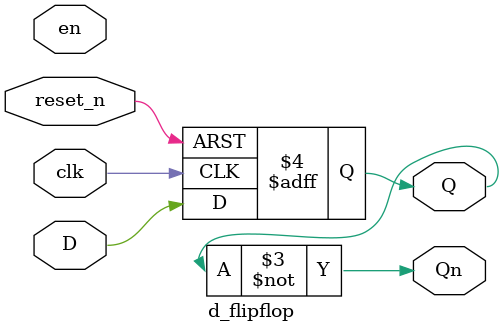
<source format=sv>


// assign d_latch0_clk = en & ~clk;
// assign d_latch1_clk = en & ~d_latch0_clk;

// d_latch_asyn_rstn d_latch0(
//     .clk(d_latch0_clk),
//     .D(D),
//     .reset_n(reset_n),
//     .Q(d_latch0_o),
//     .Qn() 
// );

// d_latch_asyn_rstn d_latch1(
//     .clk(d_latch1_clk),
//     .D(d_latch0_o),
//     .reset_n(reset_n),
//     .Q(Q),
//     .Qn(Qn) 
// );

// endmodule : d_flipflop


module d_flipflop(
    input logic clk, 
    input logic D, 
    input logic reset_n,
    input logic en,
    output logic Q,
    output logic Qn 
);

    always_ff @(posedge clk or negedge reset_n) begin
        if (!reset_n) begin
            Q <= 1'b0;       // Reset the flip-flop
        end else begin
            Q <= D;          // Capture data on the clock edge if enabled
        end
    end

    assign Qn = ~Q;           // Complement of Q

endmodule : d_flipflop

</source>
